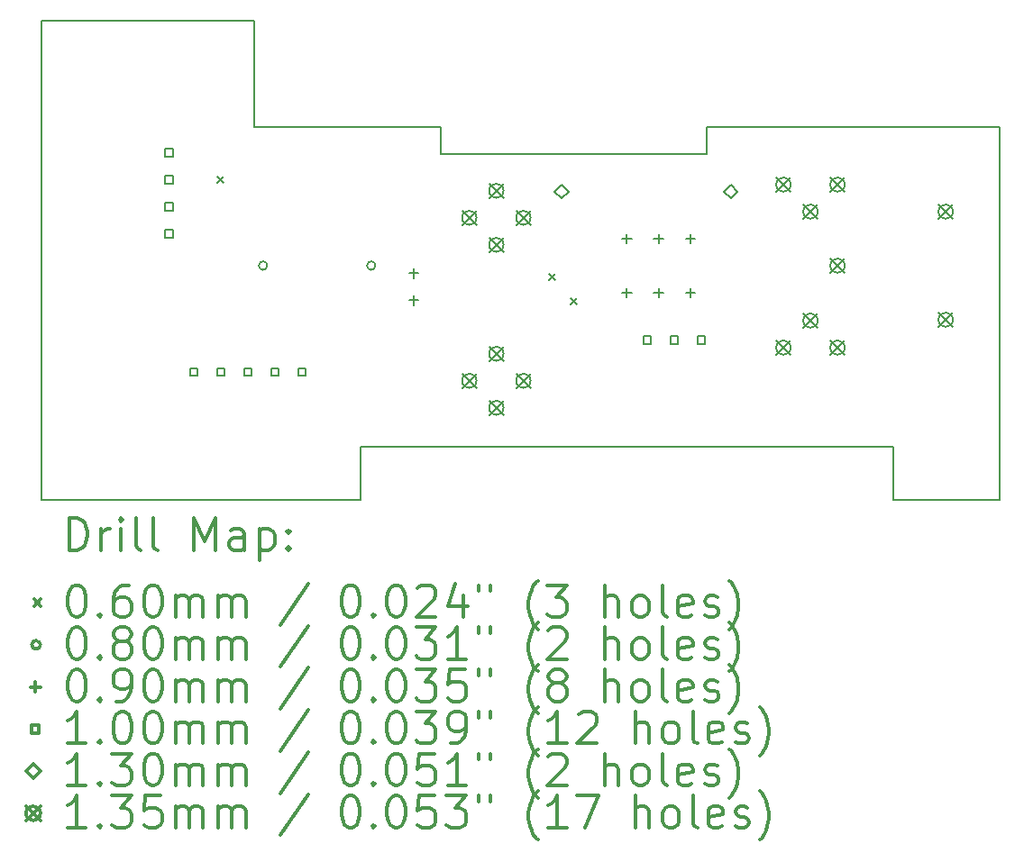
<source format=gbr>
%FSLAX45Y45*%
G04 Gerber Fmt 4.5, Leading zero omitted, Abs format (unit mm)*
G04 Created by KiCad (PCBNEW 4.0.7) date 12/18/17 16:59:26*
%MOMM*%
%LPD*%
G01*
G04 APERTURE LIST*
%ADD10C,0.127000*%
%ADD11C,0.150000*%
%ADD12C,0.200000*%
%ADD13C,0.300000*%
G04 APERTURE END LIST*
D10*
D11*
X10000000Y-11500000D02*
X10000000Y-7000000D01*
X13000000Y-11500000D02*
X10000000Y-11500000D01*
X12000000Y-7000000D02*
X10000000Y-7000000D01*
X12000000Y-8000000D02*
X12000000Y-7000000D01*
X13750000Y-8000000D02*
X12000000Y-8000000D01*
X13750000Y-8250000D02*
X13750000Y-8000000D01*
X16250000Y-8250000D02*
X13750000Y-8250000D01*
X16250000Y-8000000D02*
X16250000Y-8250000D01*
X16500000Y-8000000D02*
X16250000Y-8000000D01*
X19000000Y-8000000D02*
X16500000Y-8000000D01*
X19000000Y-11500000D02*
X19000000Y-8000000D01*
X18000000Y-11500000D02*
X19000000Y-11500000D01*
X18000000Y-11000000D02*
X18000000Y-11500000D01*
X13000000Y-11000000D02*
X18000000Y-11000000D01*
X13000000Y-11500000D02*
X13000000Y-11000000D01*
D12*
X11654400Y-8462000D02*
X11714400Y-8522000D01*
X11714400Y-8462000D02*
X11654400Y-8522000D01*
X14765700Y-9374300D02*
X14825700Y-9434300D01*
X14825700Y-9374300D02*
X14765700Y-9434300D01*
X14973800Y-9603100D02*
X15033800Y-9663100D01*
X15033800Y-9603100D02*
X14973800Y-9663100D01*
X12124000Y-9300000D02*
G75*
G03X12124000Y-9300000I-40000J0D01*
G01*
X13140000Y-9300000D02*
G75*
G03X13140000Y-9300000I-40000J0D01*
G01*
X13500000Y-9325000D02*
X13500000Y-9415000D01*
X13455000Y-9370000D02*
X13545000Y-9370000D01*
X13500000Y-9579000D02*
X13500000Y-9669000D01*
X13455000Y-9624000D02*
X13545000Y-9624000D01*
X15500000Y-9001000D02*
X15500000Y-9091000D01*
X15455000Y-9046000D02*
X15545000Y-9046000D01*
X15500000Y-9509000D02*
X15500000Y-9599000D01*
X15455000Y-9554000D02*
X15545000Y-9554000D01*
X15800000Y-9001000D02*
X15800000Y-9091000D01*
X15755000Y-9046000D02*
X15845000Y-9046000D01*
X15800000Y-9509000D02*
X15800000Y-9599000D01*
X15755000Y-9554000D02*
X15845000Y-9554000D01*
X16100000Y-9001000D02*
X16100000Y-9091000D01*
X16055000Y-9046000D02*
X16145000Y-9046000D01*
X16100000Y-9509000D02*
X16100000Y-9599000D01*
X16055000Y-9554000D02*
X16145000Y-9554000D01*
X11235356Y-8273356D02*
X11235356Y-8202644D01*
X11164644Y-8202644D01*
X11164644Y-8273356D01*
X11235356Y-8273356D01*
X11235356Y-8527356D02*
X11235356Y-8456644D01*
X11164644Y-8456644D01*
X11164644Y-8527356D01*
X11235356Y-8527356D01*
X11235356Y-8781356D02*
X11235356Y-8710644D01*
X11164644Y-8710644D01*
X11164644Y-8781356D01*
X11235356Y-8781356D01*
X11235356Y-9035356D02*
X11235356Y-8964644D01*
X11164644Y-8964644D01*
X11164644Y-9035356D01*
X11235356Y-9035356D01*
X11469356Y-10335356D02*
X11469356Y-10264644D01*
X11398644Y-10264644D01*
X11398644Y-10335356D01*
X11469356Y-10335356D01*
X11723356Y-10335356D02*
X11723356Y-10264644D01*
X11652644Y-10264644D01*
X11652644Y-10335356D01*
X11723356Y-10335356D01*
X11977356Y-10335356D02*
X11977356Y-10264644D01*
X11906644Y-10264644D01*
X11906644Y-10335356D01*
X11977356Y-10335356D01*
X12231356Y-10335356D02*
X12231356Y-10264644D01*
X12160644Y-10264644D01*
X12160644Y-10335356D01*
X12231356Y-10335356D01*
X12485356Y-10335356D02*
X12485356Y-10264644D01*
X12414644Y-10264644D01*
X12414644Y-10335356D01*
X12485356Y-10335356D01*
X15727356Y-10035356D02*
X15727356Y-9964644D01*
X15656644Y-9964644D01*
X15656644Y-10035356D01*
X15727356Y-10035356D01*
X15981356Y-10035356D02*
X15981356Y-9964644D01*
X15910644Y-9964644D01*
X15910644Y-10035356D01*
X15981356Y-10035356D01*
X16235356Y-10035356D02*
X16235356Y-9964644D01*
X16164644Y-9964644D01*
X16164644Y-10035356D01*
X16235356Y-10035356D01*
X14889500Y-8669400D02*
X14954500Y-8604400D01*
X14889500Y-8539400D01*
X14824500Y-8604400D01*
X14889500Y-8669400D01*
X16477000Y-8669400D02*
X16542000Y-8604400D01*
X16477000Y-8539400D01*
X16412000Y-8604400D01*
X16477000Y-8669400D01*
X13953700Y-8782900D02*
X14088700Y-8917900D01*
X14088700Y-8782900D02*
X13953700Y-8917900D01*
X14088700Y-8850400D02*
G75*
G03X14088700Y-8850400I-67500J0D01*
G01*
X13953700Y-10314900D02*
X14088700Y-10449900D01*
X14088700Y-10314900D02*
X13953700Y-10449900D01*
X14088700Y-10382400D02*
G75*
G03X14088700Y-10382400I-67500J0D01*
G01*
X14207700Y-8528900D02*
X14342700Y-8663900D01*
X14342700Y-8528900D02*
X14207700Y-8663900D01*
X14342700Y-8596400D02*
G75*
G03X14342700Y-8596400I-67500J0D01*
G01*
X14207700Y-9036900D02*
X14342700Y-9171900D01*
X14342700Y-9036900D02*
X14207700Y-9171900D01*
X14342700Y-9104400D02*
G75*
G03X14342700Y-9104400I-67500J0D01*
G01*
X14207700Y-10060900D02*
X14342700Y-10195900D01*
X14342700Y-10060900D02*
X14207700Y-10195900D01*
X14342700Y-10128400D02*
G75*
G03X14342700Y-10128400I-67500J0D01*
G01*
X14207700Y-10568900D02*
X14342700Y-10703900D01*
X14342700Y-10568900D02*
X14207700Y-10703900D01*
X14342700Y-10636400D02*
G75*
G03X14342700Y-10636400I-67500J0D01*
G01*
X14461700Y-8782900D02*
X14596700Y-8917900D01*
X14596700Y-8782900D02*
X14461700Y-8917900D01*
X14596700Y-8850400D02*
G75*
G03X14596700Y-8850400I-67500J0D01*
G01*
X14461700Y-10314900D02*
X14596700Y-10449900D01*
X14596700Y-10314900D02*
X14461700Y-10449900D01*
X14596700Y-10382400D02*
G75*
G03X14596700Y-10382400I-67500J0D01*
G01*
X16904500Y-8470500D02*
X17039500Y-8605500D01*
X17039500Y-8470500D02*
X16904500Y-8605500D01*
X17039500Y-8538000D02*
G75*
G03X17039500Y-8538000I-67500J0D01*
G01*
X16904500Y-10002500D02*
X17039500Y-10137500D01*
X17039500Y-10002500D02*
X16904500Y-10137500D01*
X17039500Y-10070000D02*
G75*
G03X17039500Y-10070000I-67500J0D01*
G01*
X17158500Y-8724500D02*
X17293500Y-8859500D01*
X17293500Y-8724500D02*
X17158500Y-8859500D01*
X17293500Y-8792000D02*
G75*
G03X17293500Y-8792000I-67500J0D01*
G01*
X17158500Y-9748500D02*
X17293500Y-9883500D01*
X17293500Y-9748500D02*
X17158500Y-9883500D01*
X17293500Y-9816000D02*
G75*
G03X17293500Y-9816000I-67500J0D01*
G01*
X17412500Y-8470500D02*
X17547500Y-8605500D01*
X17547500Y-8470500D02*
X17412500Y-8605500D01*
X17547500Y-8538000D02*
G75*
G03X17547500Y-8538000I-67500J0D01*
G01*
X17412500Y-9232500D02*
X17547500Y-9367500D01*
X17547500Y-9232500D02*
X17412500Y-9367500D01*
X17547500Y-9300000D02*
G75*
G03X17547500Y-9300000I-67500J0D01*
G01*
X17412500Y-10002500D02*
X17547500Y-10137500D01*
X17547500Y-10002500D02*
X17412500Y-10137500D01*
X17547500Y-10070000D02*
G75*
G03X17547500Y-10070000I-67500J0D01*
G01*
X18428500Y-8724500D02*
X18563500Y-8859500D01*
X18563500Y-8724500D02*
X18428500Y-8859500D01*
X18563500Y-8792000D02*
G75*
G03X18563500Y-8792000I-67500J0D01*
G01*
X18428500Y-9740500D02*
X18563500Y-9875500D01*
X18563500Y-9740500D02*
X18428500Y-9875500D01*
X18563500Y-9808000D02*
G75*
G03X18563500Y-9808000I-67500J0D01*
G01*
D13*
X10263929Y-11973214D02*
X10263929Y-11673214D01*
X10335357Y-11673214D01*
X10378214Y-11687500D01*
X10406786Y-11716071D01*
X10421071Y-11744643D01*
X10435357Y-11801786D01*
X10435357Y-11844643D01*
X10421071Y-11901786D01*
X10406786Y-11930357D01*
X10378214Y-11958929D01*
X10335357Y-11973214D01*
X10263929Y-11973214D01*
X10563929Y-11973214D02*
X10563929Y-11773214D01*
X10563929Y-11830357D02*
X10578214Y-11801786D01*
X10592500Y-11787500D01*
X10621071Y-11773214D01*
X10649643Y-11773214D01*
X10749643Y-11973214D02*
X10749643Y-11773214D01*
X10749643Y-11673214D02*
X10735357Y-11687500D01*
X10749643Y-11701786D01*
X10763929Y-11687500D01*
X10749643Y-11673214D01*
X10749643Y-11701786D01*
X10935357Y-11973214D02*
X10906786Y-11958929D01*
X10892500Y-11930357D01*
X10892500Y-11673214D01*
X11092500Y-11973214D02*
X11063929Y-11958929D01*
X11049643Y-11930357D01*
X11049643Y-11673214D01*
X11435357Y-11973214D02*
X11435357Y-11673214D01*
X11535357Y-11887500D01*
X11635357Y-11673214D01*
X11635357Y-11973214D01*
X11906786Y-11973214D02*
X11906786Y-11816071D01*
X11892500Y-11787500D01*
X11863928Y-11773214D01*
X11806786Y-11773214D01*
X11778214Y-11787500D01*
X11906786Y-11958929D02*
X11878214Y-11973214D01*
X11806786Y-11973214D01*
X11778214Y-11958929D01*
X11763928Y-11930357D01*
X11763928Y-11901786D01*
X11778214Y-11873214D01*
X11806786Y-11858929D01*
X11878214Y-11858929D01*
X11906786Y-11844643D01*
X12049643Y-11773214D02*
X12049643Y-12073214D01*
X12049643Y-11787500D02*
X12078214Y-11773214D01*
X12135357Y-11773214D01*
X12163928Y-11787500D01*
X12178214Y-11801786D01*
X12192500Y-11830357D01*
X12192500Y-11916071D01*
X12178214Y-11944643D01*
X12163928Y-11958929D01*
X12135357Y-11973214D01*
X12078214Y-11973214D01*
X12049643Y-11958929D01*
X12321071Y-11944643D02*
X12335357Y-11958929D01*
X12321071Y-11973214D01*
X12306786Y-11958929D01*
X12321071Y-11944643D01*
X12321071Y-11973214D01*
X12321071Y-11787500D02*
X12335357Y-11801786D01*
X12321071Y-11816071D01*
X12306786Y-11801786D01*
X12321071Y-11787500D01*
X12321071Y-11816071D01*
X9932500Y-12437500D02*
X9992500Y-12497500D01*
X9992500Y-12437500D02*
X9932500Y-12497500D01*
X10321071Y-12303214D02*
X10349643Y-12303214D01*
X10378214Y-12317500D01*
X10392500Y-12331786D01*
X10406786Y-12360357D01*
X10421071Y-12417500D01*
X10421071Y-12488929D01*
X10406786Y-12546071D01*
X10392500Y-12574643D01*
X10378214Y-12588929D01*
X10349643Y-12603214D01*
X10321071Y-12603214D01*
X10292500Y-12588929D01*
X10278214Y-12574643D01*
X10263929Y-12546071D01*
X10249643Y-12488929D01*
X10249643Y-12417500D01*
X10263929Y-12360357D01*
X10278214Y-12331786D01*
X10292500Y-12317500D01*
X10321071Y-12303214D01*
X10549643Y-12574643D02*
X10563929Y-12588929D01*
X10549643Y-12603214D01*
X10535357Y-12588929D01*
X10549643Y-12574643D01*
X10549643Y-12603214D01*
X10821071Y-12303214D02*
X10763928Y-12303214D01*
X10735357Y-12317500D01*
X10721071Y-12331786D01*
X10692500Y-12374643D01*
X10678214Y-12431786D01*
X10678214Y-12546071D01*
X10692500Y-12574643D01*
X10706786Y-12588929D01*
X10735357Y-12603214D01*
X10792500Y-12603214D01*
X10821071Y-12588929D01*
X10835357Y-12574643D01*
X10849643Y-12546071D01*
X10849643Y-12474643D01*
X10835357Y-12446071D01*
X10821071Y-12431786D01*
X10792500Y-12417500D01*
X10735357Y-12417500D01*
X10706786Y-12431786D01*
X10692500Y-12446071D01*
X10678214Y-12474643D01*
X11035357Y-12303214D02*
X11063929Y-12303214D01*
X11092500Y-12317500D01*
X11106786Y-12331786D01*
X11121071Y-12360357D01*
X11135357Y-12417500D01*
X11135357Y-12488929D01*
X11121071Y-12546071D01*
X11106786Y-12574643D01*
X11092500Y-12588929D01*
X11063929Y-12603214D01*
X11035357Y-12603214D01*
X11006786Y-12588929D01*
X10992500Y-12574643D01*
X10978214Y-12546071D01*
X10963929Y-12488929D01*
X10963929Y-12417500D01*
X10978214Y-12360357D01*
X10992500Y-12331786D01*
X11006786Y-12317500D01*
X11035357Y-12303214D01*
X11263928Y-12603214D02*
X11263928Y-12403214D01*
X11263928Y-12431786D02*
X11278214Y-12417500D01*
X11306786Y-12403214D01*
X11349643Y-12403214D01*
X11378214Y-12417500D01*
X11392500Y-12446071D01*
X11392500Y-12603214D01*
X11392500Y-12446071D02*
X11406786Y-12417500D01*
X11435357Y-12403214D01*
X11478214Y-12403214D01*
X11506786Y-12417500D01*
X11521071Y-12446071D01*
X11521071Y-12603214D01*
X11663928Y-12603214D02*
X11663928Y-12403214D01*
X11663928Y-12431786D02*
X11678214Y-12417500D01*
X11706786Y-12403214D01*
X11749643Y-12403214D01*
X11778214Y-12417500D01*
X11792500Y-12446071D01*
X11792500Y-12603214D01*
X11792500Y-12446071D02*
X11806786Y-12417500D01*
X11835357Y-12403214D01*
X11878214Y-12403214D01*
X11906786Y-12417500D01*
X11921071Y-12446071D01*
X11921071Y-12603214D01*
X12506786Y-12288929D02*
X12249643Y-12674643D01*
X12892500Y-12303214D02*
X12921071Y-12303214D01*
X12949643Y-12317500D01*
X12963928Y-12331786D01*
X12978214Y-12360357D01*
X12992500Y-12417500D01*
X12992500Y-12488929D01*
X12978214Y-12546071D01*
X12963928Y-12574643D01*
X12949643Y-12588929D01*
X12921071Y-12603214D01*
X12892500Y-12603214D01*
X12863928Y-12588929D01*
X12849643Y-12574643D01*
X12835357Y-12546071D01*
X12821071Y-12488929D01*
X12821071Y-12417500D01*
X12835357Y-12360357D01*
X12849643Y-12331786D01*
X12863928Y-12317500D01*
X12892500Y-12303214D01*
X13121071Y-12574643D02*
X13135357Y-12588929D01*
X13121071Y-12603214D01*
X13106786Y-12588929D01*
X13121071Y-12574643D01*
X13121071Y-12603214D01*
X13321071Y-12303214D02*
X13349643Y-12303214D01*
X13378214Y-12317500D01*
X13392500Y-12331786D01*
X13406785Y-12360357D01*
X13421071Y-12417500D01*
X13421071Y-12488929D01*
X13406785Y-12546071D01*
X13392500Y-12574643D01*
X13378214Y-12588929D01*
X13349643Y-12603214D01*
X13321071Y-12603214D01*
X13292500Y-12588929D01*
X13278214Y-12574643D01*
X13263928Y-12546071D01*
X13249643Y-12488929D01*
X13249643Y-12417500D01*
X13263928Y-12360357D01*
X13278214Y-12331786D01*
X13292500Y-12317500D01*
X13321071Y-12303214D01*
X13535357Y-12331786D02*
X13549643Y-12317500D01*
X13578214Y-12303214D01*
X13649643Y-12303214D01*
X13678214Y-12317500D01*
X13692500Y-12331786D01*
X13706785Y-12360357D01*
X13706785Y-12388929D01*
X13692500Y-12431786D01*
X13521071Y-12603214D01*
X13706785Y-12603214D01*
X13963928Y-12403214D02*
X13963928Y-12603214D01*
X13892500Y-12288929D02*
X13821071Y-12503214D01*
X14006785Y-12503214D01*
X14106786Y-12303214D02*
X14106786Y-12360357D01*
X14221071Y-12303214D02*
X14221071Y-12360357D01*
X14663928Y-12717500D02*
X14649643Y-12703214D01*
X14621071Y-12660357D01*
X14606785Y-12631786D01*
X14592500Y-12588929D01*
X14578214Y-12517500D01*
X14578214Y-12460357D01*
X14592500Y-12388929D01*
X14606785Y-12346071D01*
X14621071Y-12317500D01*
X14649643Y-12274643D01*
X14663928Y-12260357D01*
X14749643Y-12303214D02*
X14935357Y-12303214D01*
X14835357Y-12417500D01*
X14878214Y-12417500D01*
X14906785Y-12431786D01*
X14921071Y-12446071D01*
X14935357Y-12474643D01*
X14935357Y-12546071D01*
X14921071Y-12574643D01*
X14906785Y-12588929D01*
X14878214Y-12603214D01*
X14792500Y-12603214D01*
X14763928Y-12588929D01*
X14749643Y-12574643D01*
X15292500Y-12603214D02*
X15292500Y-12303214D01*
X15421071Y-12603214D02*
X15421071Y-12446071D01*
X15406785Y-12417500D01*
X15378214Y-12403214D01*
X15335357Y-12403214D01*
X15306785Y-12417500D01*
X15292500Y-12431786D01*
X15606785Y-12603214D02*
X15578214Y-12588929D01*
X15563928Y-12574643D01*
X15549643Y-12546071D01*
X15549643Y-12460357D01*
X15563928Y-12431786D01*
X15578214Y-12417500D01*
X15606785Y-12403214D01*
X15649643Y-12403214D01*
X15678214Y-12417500D01*
X15692500Y-12431786D01*
X15706785Y-12460357D01*
X15706785Y-12546071D01*
X15692500Y-12574643D01*
X15678214Y-12588929D01*
X15649643Y-12603214D01*
X15606785Y-12603214D01*
X15878214Y-12603214D02*
X15849643Y-12588929D01*
X15835357Y-12560357D01*
X15835357Y-12303214D01*
X16106786Y-12588929D02*
X16078214Y-12603214D01*
X16021071Y-12603214D01*
X15992500Y-12588929D01*
X15978214Y-12560357D01*
X15978214Y-12446071D01*
X15992500Y-12417500D01*
X16021071Y-12403214D01*
X16078214Y-12403214D01*
X16106786Y-12417500D01*
X16121071Y-12446071D01*
X16121071Y-12474643D01*
X15978214Y-12503214D01*
X16235357Y-12588929D02*
X16263928Y-12603214D01*
X16321071Y-12603214D01*
X16349643Y-12588929D01*
X16363928Y-12560357D01*
X16363928Y-12546071D01*
X16349643Y-12517500D01*
X16321071Y-12503214D01*
X16278214Y-12503214D01*
X16249643Y-12488929D01*
X16235357Y-12460357D01*
X16235357Y-12446071D01*
X16249643Y-12417500D01*
X16278214Y-12403214D01*
X16321071Y-12403214D01*
X16349643Y-12417500D01*
X16463928Y-12717500D02*
X16478214Y-12703214D01*
X16506786Y-12660357D01*
X16521071Y-12631786D01*
X16535357Y-12588929D01*
X16549643Y-12517500D01*
X16549643Y-12460357D01*
X16535357Y-12388929D01*
X16521071Y-12346071D01*
X16506786Y-12317500D01*
X16478214Y-12274643D01*
X16463928Y-12260357D01*
X9992500Y-12863500D02*
G75*
G03X9992500Y-12863500I-40000J0D01*
G01*
X10321071Y-12699214D02*
X10349643Y-12699214D01*
X10378214Y-12713500D01*
X10392500Y-12727786D01*
X10406786Y-12756357D01*
X10421071Y-12813500D01*
X10421071Y-12884929D01*
X10406786Y-12942071D01*
X10392500Y-12970643D01*
X10378214Y-12984929D01*
X10349643Y-12999214D01*
X10321071Y-12999214D01*
X10292500Y-12984929D01*
X10278214Y-12970643D01*
X10263929Y-12942071D01*
X10249643Y-12884929D01*
X10249643Y-12813500D01*
X10263929Y-12756357D01*
X10278214Y-12727786D01*
X10292500Y-12713500D01*
X10321071Y-12699214D01*
X10549643Y-12970643D02*
X10563929Y-12984929D01*
X10549643Y-12999214D01*
X10535357Y-12984929D01*
X10549643Y-12970643D01*
X10549643Y-12999214D01*
X10735357Y-12827786D02*
X10706786Y-12813500D01*
X10692500Y-12799214D01*
X10678214Y-12770643D01*
X10678214Y-12756357D01*
X10692500Y-12727786D01*
X10706786Y-12713500D01*
X10735357Y-12699214D01*
X10792500Y-12699214D01*
X10821071Y-12713500D01*
X10835357Y-12727786D01*
X10849643Y-12756357D01*
X10849643Y-12770643D01*
X10835357Y-12799214D01*
X10821071Y-12813500D01*
X10792500Y-12827786D01*
X10735357Y-12827786D01*
X10706786Y-12842071D01*
X10692500Y-12856357D01*
X10678214Y-12884929D01*
X10678214Y-12942071D01*
X10692500Y-12970643D01*
X10706786Y-12984929D01*
X10735357Y-12999214D01*
X10792500Y-12999214D01*
X10821071Y-12984929D01*
X10835357Y-12970643D01*
X10849643Y-12942071D01*
X10849643Y-12884929D01*
X10835357Y-12856357D01*
X10821071Y-12842071D01*
X10792500Y-12827786D01*
X11035357Y-12699214D02*
X11063929Y-12699214D01*
X11092500Y-12713500D01*
X11106786Y-12727786D01*
X11121071Y-12756357D01*
X11135357Y-12813500D01*
X11135357Y-12884929D01*
X11121071Y-12942071D01*
X11106786Y-12970643D01*
X11092500Y-12984929D01*
X11063929Y-12999214D01*
X11035357Y-12999214D01*
X11006786Y-12984929D01*
X10992500Y-12970643D01*
X10978214Y-12942071D01*
X10963929Y-12884929D01*
X10963929Y-12813500D01*
X10978214Y-12756357D01*
X10992500Y-12727786D01*
X11006786Y-12713500D01*
X11035357Y-12699214D01*
X11263928Y-12999214D02*
X11263928Y-12799214D01*
X11263928Y-12827786D02*
X11278214Y-12813500D01*
X11306786Y-12799214D01*
X11349643Y-12799214D01*
X11378214Y-12813500D01*
X11392500Y-12842071D01*
X11392500Y-12999214D01*
X11392500Y-12842071D02*
X11406786Y-12813500D01*
X11435357Y-12799214D01*
X11478214Y-12799214D01*
X11506786Y-12813500D01*
X11521071Y-12842071D01*
X11521071Y-12999214D01*
X11663928Y-12999214D02*
X11663928Y-12799214D01*
X11663928Y-12827786D02*
X11678214Y-12813500D01*
X11706786Y-12799214D01*
X11749643Y-12799214D01*
X11778214Y-12813500D01*
X11792500Y-12842071D01*
X11792500Y-12999214D01*
X11792500Y-12842071D02*
X11806786Y-12813500D01*
X11835357Y-12799214D01*
X11878214Y-12799214D01*
X11906786Y-12813500D01*
X11921071Y-12842071D01*
X11921071Y-12999214D01*
X12506786Y-12684929D02*
X12249643Y-13070643D01*
X12892500Y-12699214D02*
X12921071Y-12699214D01*
X12949643Y-12713500D01*
X12963928Y-12727786D01*
X12978214Y-12756357D01*
X12992500Y-12813500D01*
X12992500Y-12884929D01*
X12978214Y-12942071D01*
X12963928Y-12970643D01*
X12949643Y-12984929D01*
X12921071Y-12999214D01*
X12892500Y-12999214D01*
X12863928Y-12984929D01*
X12849643Y-12970643D01*
X12835357Y-12942071D01*
X12821071Y-12884929D01*
X12821071Y-12813500D01*
X12835357Y-12756357D01*
X12849643Y-12727786D01*
X12863928Y-12713500D01*
X12892500Y-12699214D01*
X13121071Y-12970643D02*
X13135357Y-12984929D01*
X13121071Y-12999214D01*
X13106786Y-12984929D01*
X13121071Y-12970643D01*
X13121071Y-12999214D01*
X13321071Y-12699214D02*
X13349643Y-12699214D01*
X13378214Y-12713500D01*
X13392500Y-12727786D01*
X13406785Y-12756357D01*
X13421071Y-12813500D01*
X13421071Y-12884929D01*
X13406785Y-12942071D01*
X13392500Y-12970643D01*
X13378214Y-12984929D01*
X13349643Y-12999214D01*
X13321071Y-12999214D01*
X13292500Y-12984929D01*
X13278214Y-12970643D01*
X13263928Y-12942071D01*
X13249643Y-12884929D01*
X13249643Y-12813500D01*
X13263928Y-12756357D01*
X13278214Y-12727786D01*
X13292500Y-12713500D01*
X13321071Y-12699214D01*
X13521071Y-12699214D02*
X13706785Y-12699214D01*
X13606785Y-12813500D01*
X13649643Y-12813500D01*
X13678214Y-12827786D01*
X13692500Y-12842071D01*
X13706785Y-12870643D01*
X13706785Y-12942071D01*
X13692500Y-12970643D01*
X13678214Y-12984929D01*
X13649643Y-12999214D01*
X13563928Y-12999214D01*
X13535357Y-12984929D01*
X13521071Y-12970643D01*
X13992500Y-12999214D02*
X13821071Y-12999214D01*
X13906785Y-12999214D02*
X13906785Y-12699214D01*
X13878214Y-12742071D01*
X13849643Y-12770643D01*
X13821071Y-12784929D01*
X14106786Y-12699214D02*
X14106786Y-12756357D01*
X14221071Y-12699214D02*
X14221071Y-12756357D01*
X14663928Y-13113500D02*
X14649643Y-13099214D01*
X14621071Y-13056357D01*
X14606785Y-13027786D01*
X14592500Y-12984929D01*
X14578214Y-12913500D01*
X14578214Y-12856357D01*
X14592500Y-12784929D01*
X14606785Y-12742071D01*
X14621071Y-12713500D01*
X14649643Y-12670643D01*
X14663928Y-12656357D01*
X14763928Y-12727786D02*
X14778214Y-12713500D01*
X14806785Y-12699214D01*
X14878214Y-12699214D01*
X14906785Y-12713500D01*
X14921071Y-12727786D01*
X14935357Y-12756357D01*
X14935357Y-12784929D01*
X14921071Y-12827786D01*
X14749643Y-12999214D01*
X14935357Y-12999214D01*
X15292500Y-12999214D02*
X15292500Y-12699214D01*
X15421071Y-12999214D02*
X15421071Y-12842071D01*
X15406785Y-12813500D01*
X15378214Y-12799214D01*
X15335357Y-12799214D01*
X15306785Y-12813500D01*
X15292500Y-12827786D01*
X15606785Y-12999214D02*
X15578214Y-12984929D01*
X15563928Y-12970643D01*
X15549643Y-12942071D01*
X15549643Y-12856357D01*
X15563928Y-12827786D01*
X15578214Y-12813500D01*
X15606785Y-12799214D01*
X15649643Y-12799214D01*
X15678214Y-12813500D01*
X15692500Y-12827786D01*
X15706785Y-12856357D01*
X15706785Y-12942071D01*
X15692500Y-12970643D01*
X15678214Y-12984929D01*
X15649643Y-12999214D01*
X15606785Y-12999214D01*
X15878214Y-12999214D02*
X15849643Y-12984929D01*
X15835357Y-12956357D01*
X15835357Y-12699214D01*
X16106786Y-12984929D02*
X16078214Y-12999214D01*
X16021071Y-12999214D01*
X15992500Y-12984929D01*
X15978214Y-12956357D01*
X15978214Y-12842071D01*
X15992500Y-12813500D01*
X16021071Y-12799214D01*
X16078214Y-12799214D01*
X16106786Y-12813500D01*
X16121071Y-12842071D01*
X16121071Y-12870643D01*
X15978214Y-12899214D01*
X16235357Y-12984929D02*
X16263928Y-12999214D01*
X16321071Y-12999214D01*
X16349643Y-12984929D01*
X16363928Y-12956357D01*
X16363928Y-12942071D01*
X16349643Y-12913500D01*
X16321071Y-12899214D01*
X16278214Y-12899214D01*
X16249643Y-12884929D01*
X16235357Y-12856357D01*
X16235357Y-12842071D01*
X16249643Y-12813500D01*
X16278214Y-12799214D01*
X16321071Y-12799214D01*
X16349643Y-12813500D01*
X16463928Y-13113500D02*
X16478214Y-13099214D01*
X16506786Y-13056357D01*
X16521071Y-13027786D01*
X16535357Y-12984929D01*
X16549643Y-12913500D01*
X16549643Y-12856357D01*
X16535357Y-12784929D01*
X16521071Y-12742071D01*
X16506786Y-12713500D01*
X16478214Y-12670643D01*
X16463928Y-12656357D01*
X9947500Y-13214500D02*
X9947500Y-13304500D01*
X9902500Y-13259500D02*
X9992500Y-13259500D01*
X10321071Y-13095214D02*
X10349643Y-13095214D01*
X10378214Y-13109500D01*
X10392500Y-13123786D01*
X10406786Y-13152357D01*
X10421071Y-13209500D01*
X10421071Y-13280929D01*
X10406786Y-13338071D01*
X10392500Y-13366643D01*
X10378214Y-13380929D01*
X10349643Y-13395214D01*
X10321071Y-13395214D01*
X10292500Y-13380929D01*
X10278214Y-13366643D01*
X10263929Y-13338071D01*
X10249643Y-13280929D01*
X10249643Y-13209500D01*
X10263929Y-13152357D01*
X10278214Y-13123786D01*
X10292500Y-13109500D01*
X10321071Y-13095214D01*
X10549643Y-13366643D02*
X10563929Y-13380929D01*
X10549643Y-13395214D01*
X10535357Y-13380929D01*
X10549643Y-13366643D01*
X10549643Y-13395214D01*
X10706786Y-13395214D02*
X10763928Y-13395214D01*
X10792500Y-13380929D01*
X10806786Y-13366643D01*
X10835357Y-13323786D01*
X10849643Y-13266643D01*
X10849643Y-13152357D01*
X10835357Y-13123786D01*
X10821071Y-13109500D01*
X10792500Y-13095214D01*
X10735357Y-13095214D01*
X10706786Y-13109500D01*
X10692500Y-13123786D01*
X10678214Y-13152357D01*
X10678214Y-13223786D01*
X10692500Y-13252357D01*
X10706786Y-13266643D01*
X10735357Y-13280929D01*
X10792500Y-13280929D01*
X10821071Y-13266643D01*
X10835357Y-13252357D01*
X10849643Y-13223786D01*
X11035357Y-13095214D02*
X11063929Y-13095214D01*
X11092500Y-13109500D01*
X11106786Y-13123786D01*
X11121071Y-13152357D01*
X11135357Y-13209500D01*
X11135357Y-13280929D01*
X11121071Y-13338071D01*
X11106786Y-13366643D01*
X11092500Y-13380929D01*
X11063929Y-13395214D01*
X11035357Y-13395214D01*
X11006786Y-13380929D01*
X10992500Y-13366643D01*
X10978214Y-13338071D01*
X10963929Y-13280929D01*
X10963929Y-13209500D01*
X10978214Y-13152357D01*
X10992500Y-13123786D01*
X11006786Y-13109500D01*
X11035357Y-13095214D01*
X11263928Y-13395214D02*
X11263928Y-13195214D01*
X11263928Y-13223786D02*
X11278214Y-13209500D01*
X11306786Y-13195214D01*
X11349643Y-13195214D01*
X11378214Y-13209500D01*
X11392500Y-13238071D01*
X11392500Y-13395214D01*
X11392500Y-13238071D02*
X11406786Y-13209500D01*
X11435357Y-13195214D01*
X11478214Y-13195214D01*
X11506786Y-13209500D01*
X11521071Y-13238071D01*
X11521071Y-13395214D01*
X11663928Y-13395214D02*
X11663928Y-13195214D01*
X11663928Y-13223786D02*
X11678214Y-13209500D01*
X11706786Y-13195214D01*
X11749643Y-13195214D01*
X11778214Y-13209500D01*
X11792500Y-13238071D01*
X11792500Y-13395214D01*
X11792500Y-13238071D02*
X11806786Y-13209500D01*
X11835357Y-13195214D01*
X11878214Y-13195214D01*
X11906786Y-13209500D01*
X11921071Y-13238071D01*
X11921071Y-13395214D01*
X12506786Y-13080929D02*
X12249643Y-13466643D01*
X12892500Y-13095214D02*
X12921071Y-13095214D01*
X12949643Y-13109500D01*
X12963928Y-13123786D01*
X12978214Y-13152357D01*
X12992500Y-13209500D01*
X12992500Y-13280929D01*
X12978214Y-13338071D01*
X12963928Y-13366643D01*
X12949643Y-13380929D01*
X12921071Y-13395214D01*
X12892500Y-13395214D01*
X12863928Y-13380929D01*
X12849643Y-13366643D01*
X12835357Y-13338071D01*
X12821071Y-13280929D01*
X12821071Y-13209500D01*
X12835357Y-13152357D01*
X12849643Y-13123786D01*
X12863928Y-13109500D01*
X12892500Y-13095214D01*
X13121071Y-13366643D02*
X13135357Y-13380929D01*
X13121071Y-13395214D01*
X13106786Y-13380929D01*
X13121071Y-13366643D01*
X13121071Y-13395214D01*
X13321071Y-13095214D02*
X13349643Y-13095214D01*
X13378214Y-13109500D01*
X13392500Y-13123786D01*
X13406785Y-13152357D01*
X13421071Y-13209500D01*
X13421071Y-13280929D01*
X13406785Y-13338071D01*
X13392500Y-13366643D01*
X13378214Y-13380929D01*
X13349643Y-13395214D01*
X13321071Y-13395214D01*
X13292500Y-13380929D01*
X13278214Y-13366643D01*
X13263928Y-13338071D01*
X13249643Y-13280929D01*
X13249643Y-13209500D01*
X13263928Y-13152357D01*
X13278214Y-13123786D01*
X13292500Y-13109500D01*
X13321071Y-13095214D01*
X13521071Y-13095214D02*
X13706785Y-13095214D01*
X13606785Y-13209500D01*
X13649643Y-13209500D01*
X13678214Y-13223786D01*
X13692500Y-13238071D01*
X13706785Y-13266643D01*
X13706785Y-13338071D01*
X13692500Y-13366643D01*
X13678214Y-13380929D01*
X13649643Y-13395214D01*
X13563928Y-13395214D01*
X13535357Y-13380929D01*
X13521071Y-13366643D01*
X13978214Y-13095214D02*
X13835357Y-13095214D01*
X13821071Y-13238071D01*
X13835357Y-13223786D01*
X13863928Y-13209500D01*
X13935357Y-13209500D01*
X13963928Y-13223786D01*
X13978214Y-13238071D01*
X13992500Y-13266643D01*
X13992500Y-13338071D01*
X13978214Y-13366643D01*
X13963928Y-13380929D01*
X13935357Y-13395214D01*
X13863928Y-13395214D01*
X13835357Y-13380929D01*
X13821071Y-13366643D01*
X14106786Y-13095214D02*
X14106786Y-13152357D01*
X14221071Y-13095214D02*
X14221071Y-13152357D01*
X14663928Y-13509500D02*
X14649643Y-13495214D01*
X14621071Y-13452357D01*
X14606785Y-13423786D01*
X14592500Y-13380929D01*
X14578214Y-13309500D01*
X14578214Y-13252357D01*
X14592500Y-13180929D01*
X14606785Y-13138071D01*
X14621071Y-13109500D01*
X14649643Y-13066643D01*
X14663928Y-13052357D01*
X14821071Y-13223786D02*
X14792500Y-13209500D01*
X14778214Y-13195214D01*
X14763928Y-13166643D01*
X14763928Y-13152357D01*
X14778214Y-13123786D01*
X14792500Y-13109500D01*
X14821071Y-13095214D01*
X14878214Y-13095214D01*
X14906785Y-13109500D01*
X14921071Y-13123786D01*
X14935357Y-13152357D01*
X14935357Y-13166643D01*
X14921071Y-13195214D01*
X14906785Y-13209500D01*
X14878214Y-13223786D01*
X14821071Y-13223786D01*
X14792500Y-13238071D01*
X14778214Y-13252357D01*
X14763928Y-13280929D01*
X14763928Y-13338071D01*
X14778214Y-13366643D01*
X14792500Y-13380929D01*
X14821071Y-13395214D01*
X14878214Y-13395214D01*
X14906785Y-13380929D01*
X14921071Y-13366643D01*
X14935357Y-13338071D01*
X14935357Y-13280929D01*
X14921071Y-13252357D01*
X14906785Y-13238071D01*
X14878214Y-13223786D01*
X15292500Y-13395214D02*
X15292500Y-13095214D01*
X15421071Y-13395214D02*
X15421071Y-13238071D01*
X15406785Y-13209500D01*
X15378214Y-13195214D01*
X15335357Y-13195214D01*
X15306785Y-13209500D01*
X15292500Y-13223786D01*
X15606785Y-13395214D02*
X15578214Y-13380929D01*
X15563928Y-13366643D01*
X15549643Y-13338071D01*
X15549643Y-13252357D01*
X15563928Y-13223786D01*
X15578214Y-13209500D01*
X15606785Y-13195214D01*
X15649643Y-13195214D01*
X15678214Y-13209500D01*
X15692500Y-13223786D01*
X15706785Y-13252357D01*
X15706785Y-13338071D01*
X15692500Y-13366643D01*
X15678214Y-13380929D01*
X15649643Y-13395214D01*
X15606785Y-13395214D01*
X15878214Y-13395214D02*
X15849643Y-13380929D01*
X15835357Y-13352357D01*
X15835357Y-13095214D01*
X16106786Y-13380929D02*
X16078214Y-13395214D01*
X16021071Y-13395214D01*
X15992500Y-13380929D01*
X15978214Y-13352357D01*
X15978214Y-13238071D01*
X15992500Y-13209500D01*
X16021071Y-13195214D01*
X16078214Y-13195214D01*
X16106786Y-13209500D01*
X16121071Y-13238071D01*
X16121071Y-13266643D01*
X15978214Y-13295214D01*
X16235357Y-13380929D02*
X16263928Y-13395214D01*
X16321071Y-13395214D01*
X16349643Y-13380929D01*
X16363928Y-13352357D01*
X16363928Y-13338071D01*
X16349643Y-13309500D01*
X16321071Y-13295214D01*
X16278214Y-13295214D01*
X16249643Y-13280929D01*
X16235357Y-13252357D01*
X16235357Y-13238071D01*
X16249643Y-13209500D01*
X16278214Y-13195214D01*
X16321071Y-13195214D01*
X16349643Y-13209500D01*
X16463928Y-13509500D02*
X16478214Y-13495214D01*
X16506786Y-13452357D01*
X16521071Y-13423786D01*
X16535357Y-13380929D01*
X16549643Y-13309500D01*
X16549643Y-13252357D01*
X16535357Y-13180929D01*
X16521071Y-13138071D01*
X16506786Y-13109500D01*
X16478214Y-13066643D01*
X16463928Y-13052357D01*
X9977856Y-13690856D02*
X9977856Y-13620144D01*
X9907144Y-13620144D01*
X9907144Y-13690856D01*
X9977856Y-13690856D01*
X10421071Y-13791214D02*
X10249643Y-13791214D01*
X10335357Y-13791214D02*
X10335357Y-13491214D01*
X10306786Y-13534071D01*
X10278214Y-13562643D01*
X10249643Y-13576929D01*
X10549643Y-13762643D02*
X10563929Y-13776929D01*
X10549643Y-13791214D01*
X10535357Y-13776929D01*
X10549643Y-13762643D01*
X10549643Y-13791214D01*
X10749643Y-13491214D02*
X10778214Y-13491214D01*
X10806786Y-13505500D01*
X10821071Y-13519786D01*
X10835357Y-13548357D01*
X10849643Y-13605500D01*
X10849643Y-13676929D01*
X10835357Y-13734071D01*
X10821071Y-13762643D01*
X10806786Y-13776929D01*
X10778214Y-13791214D01*
X10749643Y-13791214D01*
X10721071Y-13776929D01*
X10706786Y-13762643D01*
X10692500Y-13734071D01*
X10678214Y-13676929D01*
X10678214Y-13605500D01*
X10692500Y-13548357D01*
X10706786Y-13519786D01*
X10721071Y-13505500D01*
X10749643Y-13491214D01*
X11035357Y-13491214D02*
X11063929Y-13491214D01*
X11092500Y-13505500D01*
X11106786Y-13519786D01*
X11121071Y-13548357D01*
X11135357Y-13605500D01*
X11135357Y-13676929D01*
X11121071Y-13734071D01*
X11106786Y-13762643D01*
X11092500Y-13776929D01*
X11063929Y-13791214D01*
X11035357Y-13791214D01*
X11006786Y-13776929D01*
X10992500Y-13762643D01*
X10978214Y-13734071D01*
X10963929Y-13676929D01*
X10963929Y-13605500D01*
X10978214Y-13548357D01*
X10992500Y-13519786D01*
X11006786Y-13505500D01*
X11035357Y-13491214D01*
X11263928Y-13791214D02*
X11263928Y-13591214D01*
X11263928Y-13619786D02*
X11278214Y-13605500D01*
X11306786Y-13591214D01*
X11349643Y-13591214D01*
X11378214Y-13605500D01*
X11392500Y-13634071D01*
X11392500Y-13791214D01*
X11392500Y-13634071D02*
X11406786Y-13605500D01*
X11435357Y-13591214D01*
X11478214Y-13591214D01*
X11506786Y-13605500D01*
X11521071Y-13634071D01*
X11521071Y-13791214D01*
X11663928Y-13791214D02*
X11663928Y-13591214D01*
X11663928Y-13619786D02*
X11678214Y-13605500D01*
X11706786Y-13591214D01*
X11749643Y-13591214D01*
X11778214Y-13605500D01*
X11792500Y-13634071D01*
X11792500Y-13791214D01*
X11792500Y-13634071D02*
X11806786Y-13605500D01*
X11835357Y-13591214D01*
X11878214Y-13591214D01*
X11906786Y-13605500D01*
X11921071Y-13634071D01*
X11921071Y-13791214D01*
X12506786Y-13476929D02*
X12249643Y-13862643D01*
X12892500Y-13491214D02*
X12921071Y-13491214D01*
X12949643Y-13505500D01*
X12963928Y-13519786D01*
X12978214Y-13548357D01*
X12992500Y-13605500D01*
X12992500Y-13676929D01*
X12978214Y-13734071D01*
X12963928Y-13762643D01*
X12949643Y-13776929D01*
X12921071Y-13791214D01*
X12892500Y-13791214D01*
X12863928Y-13776929D01*
X12849643Y-13762643D01*
X12835357Y-13734071D01*
X12821071Y-13676929D01*
X12821071Y-13605500D01*
X12835357Y-13548357D01*
X12849643Y-13519786D01*
X12863928Y-13505500D01*
X12892500Y-13491214D01*
X13121071Y-13762643D02*
X13135357Y-13776929D01*
X13121071Y-13791214D01*
X13106786Y-13776929D01*
X13121071Y-13762643D01*
X13121071Y-13791214D01*
X13321071Y-13491214D02*
X13349643Y-13491214D01*
X13378214Y-13505500D01*
X13392500Y-13519786D01*
X13406785Y-13548357D01*
X13421071Y-13605500D01*
X13421071Y-13676929D01*
X13406785Y-13734071D01*
X13392500Y-13762643D01*
X13378214Y-13776929D01*
X13349643Y-13791214D01*
X13321071Y-13791214D01*
X13292500Y-13776929D01*
X13278214Y-13762643D01*
X13263928Y-13734071D01*
X13249643Y-13676929D01*
X13249643Y-13605500D01*
X13263928Y-13548357D01*
X13278214Y-13519786D01*
X13292500Y-13505500D01*
X13321071Y-13491214D01*
X13521071Y-13491214D02*
X13706785Y-13491214D01*
X13606785Y-13605500D01*
X13649643Y-13605500D01*
X13678214Y-13619786D01*
X13692500Y-13634071D01*
X13706785Y-13662643D01*
X13706785Y-13734071D01*
X13692500Y-13762643D01*
X13678214Y-13776929D01*
X13649643Y-13791214D01*
X13563928Y-13791214D01*
X13535357Y-13776929D01*
X13521071Y-13762643D01*
X13849643Y-13791214D02*
X13906785Y-13791214D01*
X13935357Y-13776929D01*
X13949643Y-13762643D01*
X13978214Y-13719786D01*
X13992500Y-13662643D01*
X13992500Y-13548357D01*
X13978214Y-13519786D01*
X13963928Y-13505500D01*
X13935357Y-13491214D01*
X13878214Y-13491214D01*
X13849643Y-13505500D01*
X13835357Y-13519786D01*
X13821071Y-13548357D01*
X13821071Y-13619786D01*
X13835357Y-13648357D01*
X13849643Y-13662643D01*
X13878214Y-13676929D01*
X13935357Y-13676929D01*
X13963928Y-13662643D01*
X13978214Y-13648357D01*
X13992500Y-13619786D01*
X14106786Y-13491214D02*
X14106786Y-13548357D01*
X14221071Y-13491214D02*
X14221071Y-13548357D01*
X14663928Y-13905500D02*
X14649643Y-13891214D01*
X14621071Y-13848357D01*
X14606785Y-13819786D01*
X14592500Y-13776929D01*
X14578214Y-13705500D01*
X14578214Y-13648357D01*
X14592500Y-13576929D01*
X14606785Y-13534071D01*
X14621071Y-13505500D01*
X14649643Y-13462643D01*
X14663928Y-13448357D01*
X14935357Y-13791214D02*
X14763928Y-13791214D01*
X14849643Y-13791214D02*
X14849643Y-13491214D01*
X14821071Y-13534071D01*
X14792500Y-13562643D01*
X14763928Y-13576929D01*
X15049643Y-13519786D02*
X15063928Y-13505500D01*
X15092500Y-13491214D01*
X15163928Y-13491214D01*
X15192500Y-13505500D01*
X15206785Y-13519786D01*
X15221071Y-13548357D01*
X15221071Y-13576929D01*
X15206785Y-13619786D01*
X15035357Y-13791214D01*
X15221071Y-13791214D01*
X15578214Y-13791214D02*
X15578214Y-13491214D01*
X15706785Y-13791214D02*
X15706785Y-13634071D01*
X15692500Y-13605500D01*
X15663928Y-13591214D01*
X15621071Y-13591214D01*
X15592500Y-13605500D01*
X15578214Y-13619786D01*
X15892500Y-13791214D02*
X15863928Y-13776929D01*
X15849643Y-13762643D01*
X15835357Y-13734071D01*
X15835357Y-13648357D01*
X15849643Y-13619786D01*
X15863928Y-13605500D01*
X15892500Y-13591214D01*
X15935357Y-13591214D01*
X15963928Y-13605500D01*
X15978214Y-13619786D01*
X15992500Y-13648357D01*
X15992500Y-13734071D01*
X15978214Y-13762643D01*
X15963928Y-13776929D01*
X15935357Y-13791214D01*
X15892500Y-13791214D01*
X16163928Y-13791214D02*
X16135357Y-13776929D01*
X16121071Y-13748357D01*
X16121071Y-13491214D01*
X16392500Y-13776929D02*
X16363928Y-13791214D01*
X16306786Y-13791214D01*
X16278214Y-13776929D01*
X16263928Y-13748357D01*
X16263928Y-13634071D01*
X16278214Y-13605500D01*
X16306786Y-13591214D01*
X16363928Y-13591214D01*
X16392500Y-13605500D01*
X16406786Y-13634071D01*
X16406786Y-13662643D01*
X16263928Y-13691214D01*
X16521071Y-13776929D02*
X16549643Y-13791214D01*
X16606786Y-13791214D01*
X16635357Y-13776929D01*
X16649643Y-13748357D01*
X16649643Y-13734071D01*
X16635357Y-13705500D01*
X16606786Y-13691214D01*
X16563928Y-13691214D01*
X16535357Y-13676929D01*
X16521071Y-13648357D01*
X16521071Y-13634071D01*
X16535357Y-13605500D01*
X16563928Y-13591214D01*
X16606786Y-13591214D01*
X16635357Y-13605500D01*
X16749643Y-13905500D02*
X16763928Y-13891214D01*
X16792500Y-13848357D01*
X16806786Y-13819786D01*
X16821071Y-13776929D01*
X16835357Y-13705500D01*
X16835357Y-13648357D01*
X16821071Y-13576929D01*
X16806786Y-13534071D01*
X16792500Y-13505500D01*
X16763928Y-13462643D01*
X16749643Y-13448357D01*
X9927500Y-14116500D02*
X9992500Y-14051500D01*
X9927500Y-13986500D01*
X9862500Y-14051500D01*
X9927500Y-14116500D01*
X10421071Y-14187214D02*
X10249643Y-14187214D01*
X10335357Y-14187214D02*
X10335357Y-13887214D01*
X10306786Y-13930071D01*
X10278214Y-13958643D01*
X10249643Y-13972929D01*
X10549643Y-14158643D02*
X10563929Y-14172929D01*
X10549643Y-14187214D01*
X10535357Y-14172929D01*
X10549643Y-14158643D01*
X10549643Y-14187214D01*
X10663928Y-13887214D02*
X10849643Y-13887214D01*
X10749643Y-14001500D01*
X10792500Y-14001500D01*
X10821071Y-14015786D01*
X10835357Y-14030071D01*
X10849643Y-14058643D01*
X10849643Y-14130071D01*
X10835357Y-14158643D01*
X10821071Y-14172929D01*
X10792500Y-14187214D01*
X10706786Y-14187214D01*
X10678214Y-14172929D01*
X10663928Y-14158643D01*
X11035357Y-13887214D02*
X11063929Y-13887214D01*
X11092500Y-13901500D01*
X11106786Y-13915786D01*
X11121071Y-13944357D01*
X11135357Y-14001500D01*
X11135357Y-14072929D01*
X11121071Y-14130071D01*
X11106786Y-14158643D01*
X11092500Y-14172929D01*
X11063929Y-14187214D01*
X11035357Y-14187214D01*
X11006786Y-14172929D01*
X10992500Y-14158643D01*
X10978214Y-14130071D01*
X10963929Y-14072929D01*
X10963929Y-14001500D01*
X10978214Y-13944357D01*
X10992500Y-13915786D01*
X11006786Y-13901500D01*
X11035357Y-13887214D01*
X11263928Y-14187214D02*
X11263928Y-13987214D01*
X11263928Y-14015786D02*
X11278214Y-14001500D01*
X11306786Y-13987214D01*
X11349643Y-13987214D01*
X11378214Y-14001500D01*
X11392500Y-14030071D01*
X11392500Y-14187214D01*
X11392500Y-14030071D02*
X11406786Y-14001500D01*
X11435357Y-13987214D01*
X11478214Y-13987214D01*
X11506786Y-14001500D01*
X11521071Y-14030071D01*
X11521071Y-14187214D01*
X11663928Y-14187214D02*
X11663928Y-13987214D01*
X11663928Y-14015786D02*
X11678214Y-14001500D01*
X11706786Y-13987214D01*
X11749643Y-13987214D01*
X11778214Y-14001500D01*
X11792500Y-14030071D01*
X11792500Y-14187214D01*
X11792500Y-14030071D02*
X11806786Y-14001500D01*
X11835357Y-13987214D01*
X11878214Y-13987214D01*
X11906786Y-14001500D01*
X11921071Y-14030071D01*
X11921071Y-14187214D01*
X12506786Y-13872929D02*
X12249643Y-14258643D01*
X12892500Y-13887214D02*
X12921071Y-13887214D01*
X12949643Y-13901500D01*
X12963928Y-13915786D01*
X12978214Y-13944357D01*
X12992500Y-14001500D01*
X12992500Y-14072929D01*
X12978214Y-14130071D01*
X12963928Y-14158643D01*
X12949643Y-14172929D01*
X12921071Y-14187214D01*
X12892500Y-14187214D01*
X12863928Y-14172929D01*
X12849643Y-14158643D01*
X12835357Y-14130071D01*
X12821071Y-14072929D01*
X12821071Y-14001500D01*
X12835357Y-13944357D01*
X12849643Y-13915786D01*
X12863928Y-13901500D01*
X12892500Y-13887214D01*
X13121071Y-14158643D02*
X13135357Y-14172929D01*
X13121071Y-14187214D01*
X13106786Y-14172929D01*
X13121071Y-14158643D01*
X13121071Y-14187214D01*
X13321071Y-13887214D02*
X13349643Y-13887214D01*
X13378214Y-13901500D01*
X13392500Y-13915786D01*
X13406785Y-13944357D01*
X13421071Y-14001500D01*
X13421071Y-14072929D01*
X13406785Y-14130071D01*
X13392500Y-14158643D01*
X13378214Y-14172929D01*
X13349643Y-14187214D01*
X13321071Y-14187214D01*
X13292500Y-14172929D01*
X13278214Y-14158643D01*
X13263928Y-14130071D01*
X13249643Y-14072929D01*
X13249643Y-14001500D01*
X13263928Y-13944357D01*
X13278214Y-13915786D01*
X13292500Y-13901500D01*
X13321071Y-13887214D01*
X13692500Y-13887214D02*
X13549643Y-13887214D01*
X13535357Y-14030071D01*
X13549643Y-14015786D01*
X13578214Y-14001500D01*
X13649643Y-14001500D01*
X13678214Y-14015786D01*
X13692500Y-14030071D01*
X13706785Y-14058643D01*
X13706785Y-14130071D01*
X13692500Y-14158643D01*
X13678214Y-14172929D01*
X13649643Y-14187214D01*
X13578214Y-14187214D01*
X13549643Y-14172929D01*
X13535357Y-14158643D01*
X13992500Y-14187214D02*
X13821071Y-14187214D01*
X13906785Y-14187214D02*
X13906785Y-13887214D01*
X13878214Y-13930071D01*
X13849643Y-13958643D01*
X13821071Y-13972929D01*
X14106786Y-13887214D02*
X14106786Y-13944357D01*
X14221071Y-13887214D02*
X14221071Y-13944357D01*
X14663928Y-14301500D02*
X14649643Y-14287214D01*
X14621071Y-14244357D01*
X14606785Y-14215786D01*
X14592500Y-14172929D01*
X14578214Y-14101500D01*
X14578214Y-14044357D01*
X14592500Y-13972929D01*
X14606785Y-13930071D01*
X14621071Y-13901500D01*
X14649643Y-13858643D01*
X14663928Y-13844357D01*
X14763928Y-13915786D02*
X14778214Y-13901500D01*
X14806785Y-13887214D01*
X14878214Y-13887214D01*
X14906785Y-13901500D01*
X14921071Y-13915786D01*
X14935357Y-13944357D01*
X14935357Y-13972929D01*
X14921071Y-14015786D01*
X14749643Y-14187214D01*
X14935357Y-14187214D01*
X15292500Y-14187214D02*
X15292500Y-13887214D01*
X15421071Y-14187214D02*
X15421071Y-14030071D01*
X15406785Y-14001500D01*
X15378214Y-13987214D01*
X15335357Y-13987214D01*
X15306785Y-14001500D01*
X15292500Y-14015786D01*
X15606785Y-14187214D02*
X15578214Y-14172929D01*
X15563928Y-14158643D01*
X15549643Y-14130071D01*
X15549643Y-14044357D01*
X15563928Y-14015786D01*
X15578214Y-14001500D01*
X15606785Y-13987214D01*
X15649643Y-13987214D01*
X15678214Y-14001500D01*
X15692500Y-14015786D01*
X15706785Y-14044357D01*
X15706785Y-14130071D01*
X15692500Y-14158643D01*
X15678214Y-14172929D01*
X15649643Y-14187214D01*
X15606785Y-14187214D01*
X15878214Y-14187214D02*
X15849643Y-14172929D01*
X15835357Y-14144357D01*
X15835357Y-13887214D01*
X16106786Y-14172929D02*
X16078214Y-14187214D01*
X16021071Y-14187214D01*
X15992500Y-14172929D01*
X15978214Y-14144357D01*
X15978214Y-14030071D01*
X15992500Y-14001500D01*
X16021071Y-13987214D01*
X16078214Y-13987214D01*
X16106786Y-14001500D01*
X16121071Y-14030071D01*
X16121071Y-14058643D01*
X15978214Y-14087214D01*
X16235357Y-14172929D02*
X16263928Y-14187214D01*
X16321071Y-14187214D01*
X16349643Y-14172929D01*
X16363928Y-14144357D01*
X16363928Y-14130071D01*
X16349643Y-14101500D01*
X16321071Y-14087214D01*
X16278214Y-14087214D01*
X16249643Y-14072929D01*
X16235357Y-14044357D01*
X16235357Y-14030071D01*
X16249643Y-14001500D01*
X16278214Y-13987214D01*
X16321071Y-13987214D01*
X16349643Y-14001500D01*
X16463928Y-14301500D02*
X16478214Y-14287214D01*
X16506786Y-14244357D01*
X16521071Y-14215786D01*
X16535357Y-14172929D01*
X16549643Y-14101500D01*
X16549643Y-14044357D01*
X16535357Y-13972929D01*
X16521071Y-13930071D01*
X16506786Y-13901500D01*
X16478214Y-13858643D01*
X16463928Y-13844357D01*
X9857500Y-14380000D02*
X9992500Y-14515000D01*
X9992500Y-14380000D02*
X9857500Y-14515000D01*
X9992500Y-14447500D02*
G75*
G03X9992500Y-14447500I-67500J0D01*
G01*
X10421071Y-14583214D02*
X10249643Y-14583214D01*
X10335357Y-14583214D02*
X10335357Y-14283214D01*
X10306786Y-14326071D01*
X10278214Y-14354643D01*
X10249643Y-14368929D01*
X10549643Y-14554643D02*
X10563929Y-14568929D01*
X10549643Y-14583214D01*
X10535357Y-14568929D01*
X10549643Y-14554643D01*
X10549643Y-14583214D01*
X10663928Y-14283214D02*
X10849643Y-14283214D01*
X10749643Y-14397500D01*
X10792500Y-14397500D01*
X10821071Y-14411786D01*
X10835357Y-14426071D01*
X10849643Y-14454643D01*
X10849643Y-14526071D01*
X10835357Y-14554643D01*
X10821071Y-14568929D01*
X10792500Y-14583214D01*
X10706786Y-14583214D01*
X10678214Y-14568929D01*
X10663928Y-14554643D01*
X11121071Y-14283214D02*
X10978214Y-14283214D01*
X10963929Y-14426071D01*
X10978214Y-14411786D01*
X11006786Y-14397500D01*
X11078214Y-14397500D01*
X11106786Y-14411786D01*
X11121071Y-14426071D01*
X11135357Y-14454643D01*
X11135357Y-14526071D01*
X11121071Y-14554643D01*
X11106786Y-14568929D01*
X11078214Y-14583214D01*
X11006786Y-14583214D01*
X10978214Y-14568929D01*
X10963929Y-14554643D01*
X11263928Y-14583214D02*
X11263928Y-14383214D01*
X11263928Y-14411786D02*
X11278214Y-14397500D01*
X11306786Y-14383214D01*
X11349643Y-14383214D01*
X11378214Y-14397500D01*
X11392500Y-14426071D01*
X11392500Y-14583214D01*
X11392500Y-14426071D02*
X11406786Y-14397500D01*
X11435357Y-14383214D01*
X11478214Y-14383214D01*
X11506786Y-14397500D01*
X11521071Y-14426071D01*
X11521071Y-14583214D01*
X11663928Y-14583214D02*
X11663928Y-14383214D01*
X11663928Y-14411786D02*
X11678214Y-14397500D01*
X11706786Y-14383214D01*
X11749643Y-14383214D01*
X11778214Y-14397500D01*
X11792500Y-14426071D01*
X11792500Y-14583214D01*
X11792500Y-14426071D02*
X11806786Y-14397500D01*
X11835357Y-14383214D01*
X11878214Y-14383214D01*
X11906786Y-14397500D01*
X11921071Y-14426071D01*
X11921071Y-14583214D01*
X12506786Y-14268929D02*
X12249643Y-14654643D01*
X12892500Y-14283214D02*
X12921071Y-14283214D01*
X12949643Y-14297500D01*
X12963928Y-14311786D01*
X12978214Y-14340357D01*
X12992500Y-14397500D01*
X12992500Y-14468929D01*
X12978214Y-14526071D01*
X12963928Y-14554643D01*
X12949643Y-14568929D01*
X12921071Y-14583214D01*
X12892500Y-14583214D01*
X12863928Y-14568929D01*
X12849643Y-14554643D01*
X12835357Y-14526071D01*
X12821071Y-14468929D01*
X12821071Y-14397500D01*
X12835357Y-14340357D01*
X12849643Y-14311786D01*
X12863928Y-14297500D01*
X12892500Y-14283214D01*
X13121071Y-14554643D02*
X13135357Y-14568929D01*
X13121071Y-14583214D01*
X13106786Y-14568929D01*
X13121071Y-14554643D01*
X13121071Y-14583214D01*
X13321071Y-14283214D02*
X13349643Y-14283214D01*
X13378214Y-14297500D01*
X13392500Y-14311786D01*
X13406785Y-14340357D01*
X13421071Y-14397500D01*
X13421071Y-14468929D01*
X13406785Y-14526071D01*
X13392500Y-14554643D01*
X13378214Y-14568929D01*
X13349643Y-14583214D01*
X13321071Y-14583214D01*
X13292500Y-14568929D01*
X13278214Y-14554643D01*
X13263928Y-14526071D01*
X13249643Y-14468929D01*
X13249643Y-14397500D01*
X13263928Y-14340357D01*
X13278214Y-14311786D01*
X13292500Y-14297500D01*
X13321071Y-14283214D01*
X13692500Y-14283214D02*
X13549643Y-14283214D01*
X13535357Y-14426071D01*
X13549643Y-14411786D01*
X13578214Y-14397500D01*
X13649643Y-14397500D01*
X13678214Y-14411786D01*
X13692500Y-14426071D01*
X13706785Y-14454643D01*
X13706785Y-14526071D01*
X13692500Y-14554643D01*
X13678214Y-14568929D01*
X13649643Y-14583214D01*
X13578214Y-14583214D01*
X13549643Y-14568929D01*
X13535357Y-14554643D01*
X13806785Y-14283214D02*
X13992500Y-14283214D01*
X13892500Y-14397500D01*
X13935357Y-14397500D01*
X13963928Y-14411786D01*
X13978214Y-14426071D01*
X13992500Y-14454643D01*
X13992500Y-14526071D01*
X13978214Y-14554643D01*
X13963928Y-14568929D01*
X13935357Y-14583214D01*
X13849643Y-14583214D01*
X13821071Y-14568929D01*
X13806785Y-14554643D01*
X14106786Y-14283214D02*
X14106786Y-14340357D01*
X14221071Y-14283214D02*
X14221071Y-14340357D01*
X14663928Y-14697500D02*
X14649643Y-14683214D01*
X14621071Y-14640357D01*
X14606785Y-14611786D01*
X14592500Y-14568929D01*
X14578214Y-14497500D01*
X14578214Y-14440357D01*
X14592500Y-14368929D01*
X14606785Y-14326071D01*
X14621071Y-14297500D01*
X14649643Y-14254643D01*
X14663928Y-14240357D01*
X14935357Y-14583214D02*
X14763928Y-14583214D01*
X14849643Y-14583214D02*
X14849643Y-14283214D01*
X14821071Y-14326071D01*
X14792500Y-14354643D01*
X14763928Y-14368929D01*
X15035357Y-14283214D02*
X15235357Y-14283214D01*
X15106785Y-14583214D01*
X15578214Y-14583214D02*
X15578214Y-14283214D01*
X15706785Y-14583214D02*
X15706785Y-14426071D01*
X15692500Y-14397500D01*
X15663928Y-14383214D01*
X15621071Y-14383214D01*
X15592500Y-14397500D01*
X15578214Y-14411786D01*
X15892500Y-14583214D02*
X15863928Y-14568929D01*
X15849643Y-14554643D01*
X15835357Y-14526071D01*
X15835357Y-14440357D01*
X15849643Y-14411786D01*
X15863928Y-14397500D01*
X15892500Y-14383214D01*
X15935357Y-14383214D01*
X15963928Y-14397500D01*
X15978214Y-14411786D01*
X15992500Y-14440357D01*
X15992500Y-14526071D01*
X15978214Y-14554643D01*
X15963928Y-14568929D01*
X15935357Y-14583214D01*
X15892500Y-14583214D01*
X16163928Y-14583214D02*
X16135357Y-14568929D01*
X16121071Y-14540357D01*
X16121071Y-14283214D01*
X16392500Y-14568929D02*
X16363928Y-14583214D01*
X16306786Y-14583214D01*
X16278214Y-14568929D01*
X16263928Y-14540357D01*
X16263928Y-14426071D01*
X16278214Y-14397500D01*
X16306786Y-14383214D01*
X16363928Y-14383214D01*
X16392500Y-14397500D01*
X16406786Y-14426071D01*
X16406786Y-14454643D01*
X16263928Y-14483214D01*
X16521071Y-14568929D02*
X16549643Y-14583214D01*
X16606786Y-14583214D01*
X16635357Y-14568929D01*
X16649643Y-14540357D01*
X16649643Y-14526071D01*
X16635357Y-14497500D01*
X16606786Y-14483214D01*
X16563928Y-14483214D01*
X16535357Y-14468929D01*
X16521071Y-14440357D01*
X16521071Y-14426071D01*
X16535357Y-14397500D01*
X16563928Y-14383214D01*
X16606786Y-14383214D01*
X16635357Y-14397500D01*
X16749643Y-14697500D02*
X16763928Y-14683214D01*
X16792500Y-14640357D01*
X16806786Y-14611786D01*
X16821071Y-14568929D01*
X16835357Y-14497500D01*
X16835357Y-14440357D01*
X16821071Y-14368929D01*
X16806786Y-14326071D01*
X16792500Y-14297500D01*
X16763928Y-14254643D01*
X16749643Y-14240357D01*
M02*

</source>
